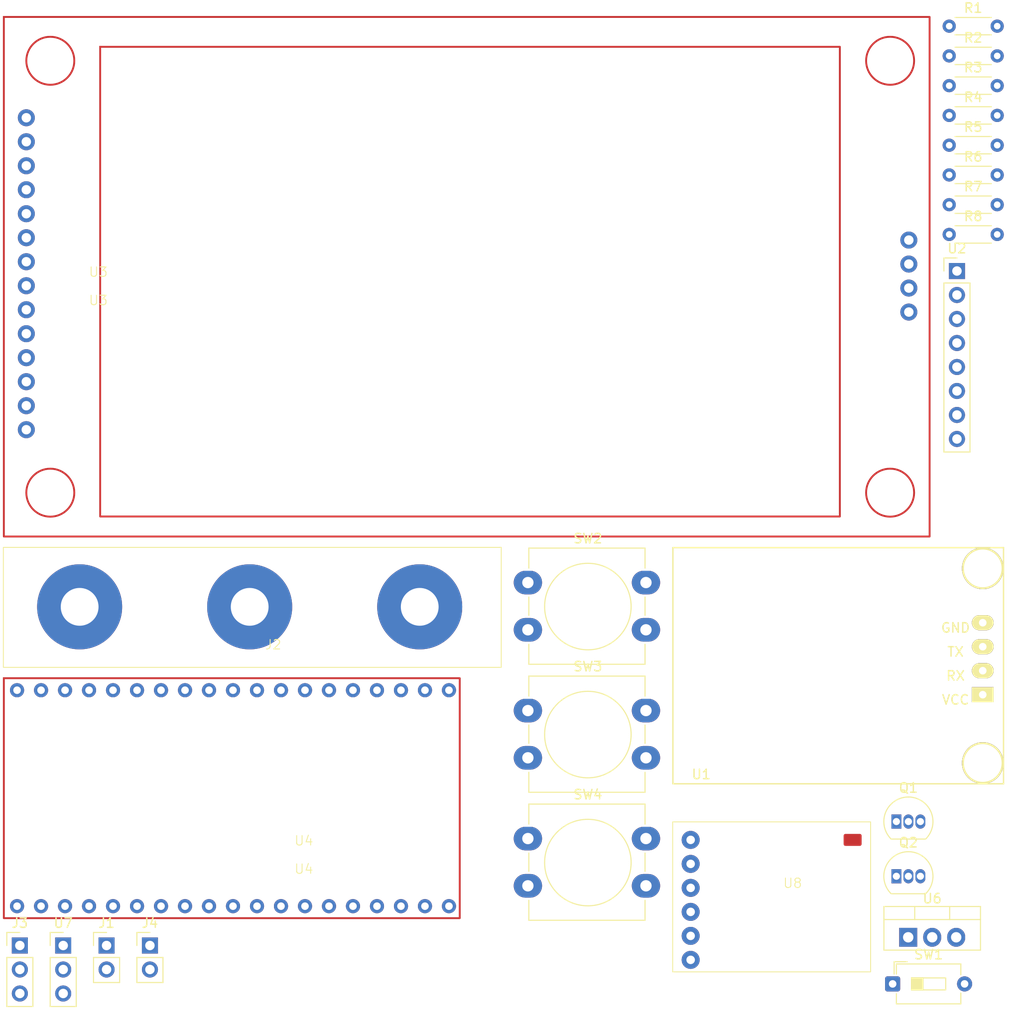
<source format=kicad_pcb>
(kicad_pcb (version 20241229) (generator "pcbnew") (generator_version "9.0")
  (layers (0 "F.Cu" signal) (2 "B.Cu" signal) (13 "F.Paste" user) (15 "B.Paste" user) (5 "F.SilkS" user "F.Silkscreen") (7 "B.SilkS" user "B.Silkscreen") (1 "F.Mask" user) (3 "B.Mask" user) (25 "Edge.Cuts" user))
  (net 0 "")
  (net 1 "GND")
  (net 2 "Net-(J1-Pin_2)")
  (net 3 "VBAT_OUT")
  (net 4 "VBAT+")
  (net 5 "Net-(J3-Pin_2)")
  (net 6 "VCC")
  (net 7 "Net-(J4-Pin_1)")
  (net 8 "Net-(Q1-B)")
  (net 9 "Net-(Q2-C)")
  (net 10 "Net-(Q2-B)")
  (net 11 "ACS")
  (net 12 "Net-(U7-OUT)")
  (net 13 "Servo_C")
  (net 14 "Bocina_C")
  (net 15 "VBAT_U")
  (net 16 "VIN")
  (net 17 "Option1")
  (net 18 "3.3V")
  (net 19 "Option2")
  (net 20 "Option3")
  (net 21 "RX_GPS")
  (net 22 "TX_GPS")
  (net 23 "SCL_MPU")
  (net 24 "SDA_MPU")
  (net 26 "SCK_Lora_TFT")
  (net 29 "RST_TFT")
  (net 31 "CS_TFT")
  (net 32 "LED_TFT")
  (net 35 "DC_TFT")
  (net 37 "MOSI_Lora_TFT")
  (net 54 "RST_Lora")
  (net 63 "CS_Lora")
  (footprint "LORA:SHIELD XL1278" (layer "F.Cu") (at 172.168 125.344)
    (property "Reference" "U8" (at -8.255 9.025 0) (layer "F.SilkS") (effects (font (thickness 0.1))))
    (property "Value" "~")
    (fp_rect (start -20.955 2.54) (end 0 18.415) (stroke (width 0.1)) (fill no) (layer "F.SilkS"))
    (pad "" smd roundrect (at -1.905 4.445) (size 1.905 1.27) (layers "F.Cu") (roundrect_rratio 0.15))
    (pad "1" thru_hole circle (at -19.05 4.445) (size 1.905 1.905) (drill 0.9) (layers "*.Cu" "*.Mask") (net 1 "GND"))
    (pad "5" thru_hole circle (at -19.05 6.985) (size 1.905 1.905) (drill 0.9) (layers "*.Cu" "*.Mask") (net 18 "3.3V"))
    (pad "7" thru_hole circle (at -19.05 9.525) (size 1.905 1.905) (drill 0.9) (layers "*.Cu" "*.Mask") (net 37 "MOSI_Lora_TFT"))
    (pad "8" thru_hole circle (at -19.05 12.065) (size 1.905 1.905) (drill 0.9) (layers "*.Cu" "*.Mask") (net 26 "SCK_Lora_TFT"))
    (pad "9" thru_hole circle (at -19.05 14.605) (size 1.905 1.905) (drill 0.9) (layers "*.Cu" "*.Mask") (net 63 "CS_Lora"))
    (pad "11" thru_hole circle (at -19.05 17.145) (size 1.905 1.905) (drill 0.9) (layers "*.Cu" "*.Mask") (net 54 "RST_Lora"))
  )
  (footprint "Modulos_desafio_eco:tft_3.5_display" (layer "F.Cu") (at 90.413 70.174)
    (property "Reference" "U3" (at 0 -0.5 0) (layer "F.SilkS") (effects (font (thickness 0.1))))
    (property "Value" "~")
    (fp_rect (start -10 -27.5) (end 88 27.5) (stroke (width 0.2)) (fill no) (layer "F.Cu"))
    (fp_rect (start 0.2 -24.34) (end 78.5 25.38) (stroke (width 0.2)) (fill no) (layer "F.Cu"))
    (fp_circle (center -5.08 -22.86) (end -2.54 -22.86) (stroke (width 0.2)) (fill no) (layer "F.Cu"))
    (fp_circle (center -5.08 22.86) (end -2.54 22.86) (stroke (width 0.2)) (fill no) (layer "F.Cu"))
    (fp_circle (center 83.82 -22.86) (end 86.36 -22.86) (stroke (width 0.2)) (fill no) (layer "F.Cu"))
    (fp_circle (center 83.82 22.86) (end 83.82 20.32) (stroke (width 0.2)) (fill no) (layer "F.Cu"))
    (fp_text user "${REFERENCE}" (at 0 2.5 0) (layer "F.SilkS") (effects (font (thickness 0.1))))
    (pad "1" thru_hole circle (at -7.62 -16.8275) (size 1.8 1.8) (drill 1) (layers "*.Cu" "*.Mask") (net 6 "VCC"))
    (pad "2" thru_hole circle (at -7.62 -14.2875) (size 1.8 1.8) (drill 1) (layers "*.Cu" "*.Mask") (net 1 "GND"))
    (pad "3" thru_hole circle (at -7.62 -11.7475) (size 1.8 1.8) (drill 1) (layers "*.Cu" "*.Mask") (net 31 "CS_TFT"))
    (pad "4" thru_hole circle (at -7.62 -9.2075) (size 1.8 1.8) (drill 1) (layers "*.Cu" "*.Mask") (net 29 "RST_TFT"))
    (pad "5" thru_hole circle (at -7.62 -6.6675) (size 1.8 1.8) (drill 1) (layers "*.Cu" "*.Mask") (net 35 "DC_TFT"))
    (pad "6" thru_hole circle (at -7.62 -4.1275) (size 1.8 1.8) (drill 1) (layers "*.Cu" "*.Mask") (net 37 "MOSI_Lora_TFT"))
    (pad "7" thru_hole circle (at -7.62 -1.5875) (size 1.8 1.8) (drill 1) (layers "*.Cu" "*.Mask") (net 26 "SCK_Lora_TFT"))
    (pad "8" thru_hole circle (at -7.62 0.9525) (size 1.8 1.8) (drill 1) (layers "*.Cu" "*.Mask") (net 32 "LED_TFT"))
    (pad "9" thru_hole circle (at -7.62 3.4925) (size 1.8 1.8) (drill 1) (layers "*.Cu" "*.Mask"))
    (pad "10" thru_hole circle (at -7.62 6.0325) (size 1.8 1.8) (drill 1) (layers "*.Cu" "*.Mask"))
    (pad "11" thru_hole circle (at -7.62 8.5725) (size 1.8 1.8) (drill 1) (layers "*.Cu" "*.Mask"))
    (pad "12" thru_hole circle (at -7.62 11.1125) (size 1.8 1.8) (drill 1) (layers "*.Cu" "*.Mask"))
    (pad "13" thru_hole circle (at -7.62 13.6525) (size 1.8 1.8) (drill 1) (layers "*.Cu" "*.Mask"))
    (pad "14" thru_hole circle (at -7.62 16.1925) (size 1.8 1.8) (drill 1) (layers "*.Cu" "*.Mask"))
    (pad "15" thru_hole circle (at 85.8 -3.88) (size 1.8 1.8) (drill 1) (layers "*.Cu" "*.Mask"))
    (pad "16" thru_hole circle (at 85.8 -1.34) (size 1.8 1.8) (drill 1) (layers "*.Cu" "*.Mask"))
    (pad "17" thru_hole circle (at 85.8 1.2) (size 1.8 1.8) (drill 1) (layers "*.Cu" "*.Mask"))
    (pad "18" thru_hole circle (at 85.8 3.74) (size 1.8 1.8) (drill 1) (layers "*.Cu" "*.Mask"))
  )
  (footprint "Package_TO_SOT_THT:TO-92_Inline" (layer "F.Cu") (at 174.898 127.849)
    (property "Reference" "Q1" (at 1.27 -3.56 0) (layer "F.SilkS"))
    (property "Value" "2N3904")
    (fp_line (start -0.53 1.85) (end 3.07 1.85) (stroke (width 0.12)) (layer "F.SilkS"))
    (fp_arc (start -0.568478 1.838478) (mid -1.132087 -0.994977) (end 1.27 -2.6) (stroke (width 0.12)) (layer "F.SilkS"))
    (fp_arc (start 1.27 -2.6) (mid 3.672087 -0.994977) (end 3.108478 1.838478) (stroke (width 0.12)) (layer "F.SilkS"))
    (pad "1" thru_hole rect (at 0 0) (size 1.05 1.5) (drill 0.75) (layers "*.Cu" "*.Mask") (net 5 "Net-(J3-Pin_2)"))
    (pad "2" thru_hole oval (at 1.27 0) (size 1.05 1.5) (drill 0.75) (layers "*.Cu" "*.Mask") (net 8 "Net-(Q1-B)"))
    (pad "3" thru_hole oval (at 2.54 0) (size 1.05 1.5) (drill 0.75) (layers "*.Cu" "*.Mask") (net 6 "VCC"))
  )
  (footprint "Package_TO_SOT_THT:TO-220-3_Vertical" (layer "F.Cu") (at 176.148 140.099)
    (property "Reference" "U6" (at 2.54 -4.1 0) (layer "F.SilkS"))
    (property "Value" "L7805")
    (fp_line (start -2.57 -3.26) (end -2.57 1.36) (stroke (width 0.12)) (layer "F.SilkS"))
    (fp_line (start -2.57 -3.26) (end 7.65 -3.26) (stroke (width 0.12)) (layer "F.SilkS"))
    (fp_line (start -2.57 -1.88) (end 7.65 -1.88) (stroke (width 0.12)) (layer "F.SilkS"))
    (fp_line (start -2.57 1.36) (end 7.65 1.36) (stroke (width 0.12)) (layer "F.SilkS"))
    (fp_line (start 0.69 -3.26) (end 0.69 -1.88) (stroke (width 0.12)) (layer "F.SilkS"))
    (fp_line (start 4.39 -3.26) (end 4.39 -1.88) (stroke (width 0.12)) (layer "F.SilkS"))
    (fp_line (start 7.65 -3.26) (end 7.65 1.36) (stroke (width 0.12)) (layer "F.SilkS"))
    (pad "1" thru_hole rect (at 0 0) (size 1.905 2) (drill 1.1) (layers "*.Cu" "*.Mask") (net 16 "VIN"))
    (pad "2" thru_hole oval (at 2.54 0) (size 1.905 2) (drill 1.1) (layers "*.Cu" "*.Mask") (net 1 "GND"))
    (pad "3" thru_hole oval (at 5.08 0) (size 1.905 2) (drill 1.1) (layers "*.Cu" "*.Mask") (net 6 "VCC"))
  )
  (footprint "Resistor_THT:R_Axial_DIN0204_L3.6mm_D1.6mm_P5.08mm_Horizontal" (layer "F.Cu") (at 180.488 56.249)
    (property "Reference" "R5" (at 2.54 -1.92 0) (layer "F.SilkS"))
    (property "Value" "10k")
    (fp_line (start 0.62 -0.92) (end 4.46 -0.92) (stroke (width 0.12)) (layer "F.SilkS"))
    (fp_line (start 0.62 0.92) (end 4.46 0.92) (stroke (width 0.12)) (layer "F.SilkS"))
    (pad "1" thru_hole circle (at 0 0) (size 1.4 1.4) (drill 0.7) (layers "*.Cu" "*.Mask") (net 14 "Bocina_C"))
    (pad "2" thru_hole circle (at 5.08 0) (size 1.4 1.4) (drill 0.7) (layers "*.Cu" "*.Mask") (net 10 "Net-(Q2-B)"))
  )
  (footprint "my_esp32:esp32" (layer "F.Cu") (at 112.173 130.374)
    (property "Reference" "U4" (at 0 -0.5 0) (layer "F.SilkS") (effects (font (thickness 0.1))))
    (property "Value" "~")
    (fp_rect (start -31.76 -17.7) (end 16.5 7.7) (stroke (width 0.2)) (fill no) (layer "F.Cu"))
    (fp_text user "${REFERENCE}" (at 0 2.5 0) (layer "F.SilkS") (effects (font (thickness 0.1))))
    (pad "1" thru_hole circle (at -30.36 -16.43) (size 1.5 1.5) (drill 0.8) (property pad_prop_mechanical) (layers "*.Cu" "*.Mask") (net 18 "3.3V"))
    (pad "2" thru_hole circle (at -27.82 -16.43) (size 1.5 1.5) (drill 0.8) (property pad_prop_mechanical) (layers "*.Cu" "*.Mask"))
    (pad "3" thru_hole circle (at -25.28 -16.43) (size 1.5 1.5) (drill 0.8) (property pad_prop_mechanical) (layers "*.Cu" "*.Mask") (net 11 "ACS"))
    (pad "4" thru_hole circle (at -22.74 -16.43) (size 1.5 1.5) (drill 0.8) (property pad_prop_mechanical) (layers "*.Cu" "*.Mask") (net 17 "Option1"))
    (pad "5" thru_hole circle (at -20.2 -16.43) (size 1.5 1.5) (drill 0.8) (property pad_prop_mechanical) (layers "*.Cu" "*.Mask") (net 19 "Option2"))
    (pad "6" thru_hole circle (at -17.66 -16.43) (size 1.5 1.5) (drill 0.8) (property pad_prop_mechanical) (layers "*.Cu" "*.Mask") (net 20 "Option3"))
    (pad "7" thru_hole circle (at -15.12 -16.43) (size 1.5 1.5) (drill 0.8) (property pad_prop_mechanical) (layers "*.Cu" "*.Mask") (net 15 "VBAT_U"))
    (pad "8" thru_hole circle (at -12.58 -16.43) (size 1.5 1.5) (drill 0.8) (property pad_prop_mechanical) (layers "*.Cu" "*.Mask"))
    (pad "9" thru_hole circle (at -10.04 -16.43) (size 1.5 1.5) (drill 0.8) (property pad_prop_mechanical) (layers "*.Cu" "*.Mask"))
    (pad "10" thru_hole circle (at -7.5 -16.43) (size 1.5 1.5) (drill 0.8) (property pad_prop_mechanical) (layers "*.Cu" "*.Mask"))
    (pad "11" thru_hole circle (at -4.96 -16.43) (size 1.5 1.5) (drill 0.8) (property pad_prop_mechanical) (layers "*.Cu" "*.Mask") (net 32 "LED_TFT"))
    (pad "12" thru_hole circle (at -2.42 -16.43) (size 1.5 1.5) (drill 0.8) (property pad_prop_mechanical) (layers "*.Cu" "*.Mask") (net 14 "Bocina_C"))
    (pad "13" thru_hole circle (at 0.12 -16.43) (size 1.5 1.5) (drill 0.8) (property pad_prop_mechanical) (layers "*.Cu" "*.Mask"))
    (pad "14" thru_hole circle (at 2.66 -16.43) (size 1.5 1.5) (drill 0.8) (property pad_prop_mechanical) (layers "*.Cu" "*.Mask"))
    (pad "15" thru_hole circle (at 5.2 -16.43) (size 1.5 1.5) (drill 0.8) (property pad_prop_mechanical) (layers "*.Cu" "*.Mask"))
    (pad "16" thru_hole circle (at 7.74 -16.43) (size 1.5 1.5) (drill 0.8) (property pad_prop_mechanical) (layers "*.Cu" "*.Mask"))
    (pad "17" thru_hole circle (at 10.28 -16.43) (size 1.5 1.5) (drill 0.8) (property pad_prop_mechanical) (layers "*.Cu" "*.Mask"))
    (pad "18" thru_hole circle (at 12.82 -16.43) (size 1.5 1.5) (drill 0.8) (property pad_prop_mechanical) (layers "*.Cu" "*.Mask"))
    (pad "19" thru_hole circle (at 15.36 -16.43) (size 1.5 1.5) (drill 0.8) (property pad_prop_mechanical) (layers "*.Cu" "*.Mask") (net 6 "VCC"))
    (pad "20" thru_hole circle (at -30.36 6.43) (size 1.5 1.5) (drill 0.8) (property pad_prop_mechanical) (layers "*.Cu" "*.Mask") (net 1 "GND"))
    (pad "21" thru_hole circle (at -27.82 6.43) (size 1.5 1.5) (drill 0.8) (property pad_prop_mechanical) (layers "*.Cu" "*.Mask") (net 37 "MOSI_Lora_TFT"))
    (pad "22" thru_hole circle (at -25.28 6.43) (size 1.5 1.5) (drill 0.8) (property pad_prop_mechanical) (layers "*.Cu" "*.Mask") (net 23 "SCL_MPU"))
    (pad "23" thru_hole circle (at -22.74 6.43) (size 1.5 1.5) (drill 0.8) (property pad_prop_mechanical) (layers "*.Cu" "*.Mask"))
    (pad "24" thru_hole circle (at -20.2 6.43) (size 1.5 1.5) (drill 0.8) (property pad_prop_mechanical) (layers "*.Cu" "*.Mask"))
    (pad "25" thru_hole circle (at -17.66 6.43) (size 1.5 1.5) (drill 0.8) (property pad_prop_mechanical) (layers "*.Cu" "*.Mask") (net 24 "SDA_MPU"))
    (pad "26" thru_hole circle (at -15.12 6.43) (size 1.5 1.5) (drill 0.8) (property pad_prop_mechanical) (layers "*.Cu" "*.Mask"))
    (pad "27" thru_hole circle (at -12.58 6.43) (size 1.5 1.5) (drill 0.8) (property pad_prop_mechanical) (layers "*.Cu" "*.Mask") (net 35 "DC_TFT"))
    (pad "28" thru_hole circle (at -10.04 6.43) (size 1.5 1.5) (drill 0.8) (property pad_prop_mechanical) (layers "*.Cu" "*.Mask") (net 26 "SCK_Lora_TFT"))
    (pad "29" thru_hole circle (at -7.5 6.43) (size 1.5 1.5) (drill 0.8) (property pad_prop_mechanical) (layers "*.Cu" "*.Mask") (net 63 "CS_Lora"))
    (pad "30" thru_hole circle (at -4.96 6.43) (size 1.5 1.5) (drill 0.8) (property pad_prop_mechanical) (layers "*.Cu" "*.Mask") (net 22 "TX_GPS"))
    (pad "31" thru_hole circle (at -2.42 6.43) (size 1.5 1.5) (drill 0.8) (property pad_prop_mechanical) (layers "*.Cu" "*.Mask") (net 21 "RX_GPS"))
    (pad "32" thru_hole circle (at 0.12 6.43) (size 1.5 1.5) (drill 0.8) (property pad_prop_mechanical) (layers "*.Cu" "*.Mask") (net 31 "CS_TFT"))
    (pad "33" thru_hole circle (at 2.66 6.43) (size 1.5 1.5) (drill 0.8) (property pad_prop_mechanical) (layers "*.Cu" "*.Mask"))
    (pad "34" thru_hole circle (at 5.2 6.43) (size 1.5 1.5) (drill 0.8) (property pad_prop_mechanical) (layers "*.Cu" "*.Mask") (net 54 "RST_Lora"))
    (pad "35" thru_hole circle (at 7.74 6.43) (size 1.5 1.5) (drill 0.8) (property pad_prop_mechanical) (layers "*.Cu" "*.Mask") (net 29 "RST_TFT"))
    (pad "36" thru_hole circle (at 10.28 6.43) (size 1.5 1.5) (drill 0.8) (property pad_prop_mechanical) (layers "*.Cu" "*.Mask"))
    (pad "37" thru_hole circle (at 12.82 6.43) (size 1.5 1.5) (drill 0.8) (property pad_prop_mechanical) (layers "*.Cu" "*.Mask"))
    (pad "38" thru_hole circle (at 15.36 6.43) (size 1.5 1.5) (drill 0.8) (property pad_prop_mechanical) (layers "*.Cu" "*.Mask"))
  )
  (footprint "Connector_PinHeader_2.54mm:PinHeader_1x03_P2.54mm_Vertical" (layer "F.Cu") (at 82.108 140.969)
    (property "Reference" "J3" (at 0 -2.38 0) (layer "F.SilkS"))
    (property "Value" "servo")
    (fp_line (start -1.38 -1.38) (end 0 -1.38) (stroke (width 0.12)) (layer "F.SilkS"))
    (fp_line (start -1.38 0) (end -1.38 -1.38) (stroke (width 0.12)) (layer "F.SilkS"))
    (fp_line (start -1.38 1.27) (end -1.38 6.46) (stroke (width 0.12)) (layer "F.SilkS"))
    (fp_line (start -1.38 1.27) (end 1.38 1.27) (stroke (width 0.12)) (layer "F.SilkS"))
    (fp_line (start -1.38 6.46) (end 1.38 6.46) (stroke (width 0.12)) (layer "F.SilkS"))
    (fp_line (start 1.38 1.27) (end 1.38 6.46) (stroke (width 0.12)) (layer "F.SilkS"))
    (pad "1" thru_hole rect (at 0 0) (size 1.7 1.7) (drill 1) (layers "*.Cu" "*.Mask") (net 6 "VCC"))
    (pad "2" thru_hole circle (at 0 2.54) (size 1.7 1.7) (drill 1) (layers "*.Cu" "*.Mask") (net 5 "Net-(J3-Pin_2)"))
    (pad "3" thru_hole circle (at 0 5.08) (size 1.7 1.7) (drill 1) (layers "*.Cu" "*.Mask") (net 1 "GND"))
  )
  (footprint "Button_Switch_THT:SW_PUSH-12mm_Wuerth-430476085716" (layer "F.Cu") (at 135.888 102.549)
    (property "Reference" "SW2" (at 6.35 -4.66 0) (layer "F.SilkS"))
    (property "Value" "SW1")
    (fp_line (start 0.1 -3.65) (end 12.4 -3.65) (stroke (width 0.12)) (layer "F.SilkS"))
    (fp_line (start 0.1 -1.53) (end 0.1 -3.65) (stroke (width 0.12)) (layer "F.SilkS"))
    (fp_line (start 0.1 3.47) (end 0.1 1.53) (stroke (width 0.12)) (layer "F.SilkS"))
    (fp_line (start 0.1 8.65) (end 0.1 6.53) (stroke (width 0.12)) (layer "F.SilkS"))
    (fp_line (start 12.4 -3.65) (end 12.4 -1.53) (stroke (width 0.12)) (layer "F.SilkS"))
    (fp_line (start 12.4 1.53) (end 12.4 3.47) (stroke (width 0.12)) (layer "F.SilkS"))
    (fp_line (start 12.4 6.53) (end 12.4 8.65) (stroke (width 0.12)) (layer "F.SilkS"))
    (fp_line (start 12.4 8.65) (end 0.1 8.65) (stroke (width 0.12)) (layer "F.SilkS"))
    (fp_circle (center 6.35 2.54) (end 10.92905 2.54) (stroke (width 0.12)) (fill no) (layer "F.SilkS"))
    (pad "1" thru_hole oval (at 0 0) (size 3 2.5) (drill 1.2) (layers "*.Cu" "*.Mask") (net 18 "3.3V"))
    (pad "1" thru_hole oval (at 12.5 0) (size 3 2.5) (drill 1.2) (layers "*.Cu" "*.Mask") (net 18 "3.3V"))
    (pad "2" thru_hole oval (at 0 5) (size 3 2.5) (drill 1.2) (layers "*.Cu" "*.Mask") (net 17 "Option1"))
    (pad "2" thru_hole oval (at 12.5 5) (size 3 2.5) (drill 1.2) (layers "*.Cu" "*.Mask") (net 17 "Option1"))
  )
  (footprint "Package_TO_SOT_THT:TO-92_Inline" (layer "F.Cu") (at 174.898 133.639)
    (property "Reference" "Q2" (at 1.27 -3.56 0) (layer "F.SilkS"))
    (property "Value" "2N3904")
    (fp_line (start -0.53 1.85) (end 3.07 1.85) (stroke (width 0.12)) (layer "F.SilkS"))
    (fp_arc (start -0.568478 1.838478) (mid -1.132087 -0.994977) (end 1.27 -2.6) (stroke (width 0.12)) (layer "F.SilkS"))
    (fp_arc (start 1.27 -2.6) (mid 3.672087 -0.994977) (end 3.108478 1.838478) (stroke (width 0.12)) (layer "F.SilkS"))
    (pad "1" thru_hole rect (at 0 0) (size 1.05 1.5) (drill 0.75) (layers "*.Cu" "*.Mask") (net 7 "Net-(J4-Pin_1)"))
    (pad "2" thru_hole oval (at 1.27 0) (size 1.05 1.5) (drill 0.75) (layers "*.Cu" "*.Mask") (net 10 "Net-(Q2-B)"))
    (pad "3" thru_hole oval (at 2.54 0) (size 1.05 1.5) (drill 0.75) (layers "*.Cu" "*.Mask") (net 9 "Net-(Q2-C)"))
  )
  (footprint "Connector_PinHeader_2.54mm:PinHeader_1x08_P2.54mm_Vertical" (layer "F.Cu") (at 181.308 69.569)
    (property "Reference" "U2" (at 0 -2.38 0) (layer "F.SilkS"))
    (property "Value" "module_mpu6050")
    (fp_line (start -1.38 -1.38) (end 0 -1.38) (stroke (width 0.12)) (layer "F.SilkS"))
    (fp_line (start -1.38 0) (end -1.38 -1.38) (stroke (width 0.12)) (layer "F.SilkS"))
    (fp_line (start -1.38 1.27) (end -1.38 19.16) (stroke (width 0.12)) (layer "F.SilkS"))
    (fp_line (start -1.38 1.27) (end 1.38 1.27) (stroke (width 0.12)) (layer "F.SilkS"))
    (fp_line (start -1.38 19.16) (end 1.38 19.16) (stroke (width 0.12)) (layer "F.SilkS"))
    (fp_line (start 1.38 1.27) (end 1.38 19.16) (stroke (width 0.12)) (layer "F.SilkS"))
    (pad "1" thru_hole rect (at 0 0) (size 1.7 1.7) (drill 1) (layers "*.Cu" "*.Mask") (net 6 "VCC"))
    (pad "2" thru_hole circle (at 0 2.54) (size 1.7 1.7) (drill 1) (layers "*.Cu" "*.Mask") (net 1 "GND"))
    (pad "3" thru_hole circle (at 0 5.08) (size 1.7 1.7) (drill 1) (layers "*.Cu" "*.Mask") (net 23 "SCL_MPU"))
    (pad "4" thru_hole circle (at 0 7.62) (size 1.7 1.7) (drill 1) (layers "*.Cu" "*.Mask") (net 24 "SDA_MPU"))
    (pad "5" thru_hole circle (at 0 10.16) (size 1.7 1.7) (drill 1) (layers "*.Cu" "*.Mask"))
    (pad "6" thru_hole circle (at 0 12.7) (size 1.7 1.7) (drill 1) (layers "*.Cu" "*.Mask"))
    (pad "7" thru_hole circle (at 0 15.24) (size 1.7 1.7) (drill 1) (layers "*.Cu" "*.Mask"))
    (pad "8" thru_hole circle (at 0 17.78) (size 1.7 1.7) (drill 1) (layers "*.Cu" "*.Mask"))
  )
  (footprint "GY-NEO6MV2:GY-NEO6MV2" (layer "F.Cu") (at 186.238 123.849)
    (property "Reference" "U1" (at -32 -1 0) (layer "F.SilkS"))
    (property "Value" "~")
    (fp_line (start -35 -25) (end -35 0) (stroke (width 0.15)) (layer "F.SilkS"))
    (fp_line (start -35 0) (end 0 0) (stroke (width 0.15)) (layer "F.SilkS"))
    (fp_line (start 0 -25) (end -35 -25) (stroke (width 0.15)) (layer "F.SilkS"))
    (fp_line (start 0 0) (end 0 -25) (stroke (width 0.15)) (layer "F.SilkS"))
    (fp_text user "RX" (at -5.08 -11.43 0) (layer "F.SilkS"))
    (fp_text user "VCC" (at -5.08 -8.89 0) (layer "F.SilkS"))
    (fp_text user "TX" (at -5.08 -13.97 0) (layer "F.SilkS"))
    (fp_text user "GND" (at -5.08 -16.51 0) (layer "F.SilkS"))
    (pad "" np_thru_hole circle (at -2.2 -22.8) (size 4.4 4.4) (drill 4) (layers "*.Cu" "*.Mask" "F.SilkS"))
    (pad "" np_thru_hole circle (at -2.2 -2.2) (size 4.4 4.4) (drill 4) (layers "*.Cu" "*.Mask" "F.SilkS"))
    (pad "1" thru_hole rect (at -2.2 -9.43) (size 2.3 1.6) (drill 0.8) (layers "*.Cu" "*.Mask" "F.SilkS") (net 6 "VCC"))
    (pad "2" thru_hole oval (at -2.2 -11.97) (size 2.3 1.6) (drill 0.8) (layers "*.Cu" "*.Mask" "F.SilkS") (net 21 "RX_GPS"))
    (pad "3" thru_hole oval (at -2.2 -14.51) (size 2.3 1.6) (drill 0.8) (layers "*.Cu" "*.Mask" "F.SilkS") (net 22 "TX_GPS"))
    (pad "4" thru_hole oval (at -2.2 -17.05) (size 2.3 1.6) (drill 0.8) (layers "*.Cu" "*.Mask" "F.SilkS") (net 1 "GND"))
  )
  (footprint "Resistor_THT:R_Axial_DIN0204_L3.6mm_D1.6mm_P5.08mm_Horizontal" (layer "F.Cu") (at 180.488 43.649)
    (property "Reference" "R1" (at 2.54 -1.92 0) (layer "F.SilkS"))
    (property "Value" "10K")
    (fp_line (start 0.62 -0.92) (end 4.46 -0.92) (stroke (width 0.12)) (layer "F.SilkS"))
    (fp_line (start 0.62 0.92) (end 4.46 0.92) (stroke (width 0.12)) (layer "F.SilkS"))
    (pad "1" thru_hole circle (at 0 0) (size 1.4 1.4) (drill 0.7) (layers "*.Cu" "*.Mask") (net 1 "GND"))
    (pad "2" thru_hole circle (at 5.08 0) (size 1.4 1.4) (drill 0.7) (layers "*.Cu" "*.Mask") (net 11 "ACS"))
  )
  (footprint "Button_Switch_THT:SW_PUSH-12mm_Wuerth-430476085716" (layer "F.Cu") (at 135.888 129.649)
    (property "Reference" "SW4" (at 6.35 -4.66 0) (layer "F.SilkS"))
    (property "Value" "SW_DPST_x2")
    (fp_line (start 0.1 -3.65) (end 12.4 -3.65) (stroke (width 0.12)) (layer "F.SilkS"))
    (fp_line (start 0.1 -1.53) (end 0.1 -3.65) (stroke (width 0.12)) (layer "F.SilkS"))
    (fp_line (start 0.1 3.47) (end 0.1 1.53) (stroke (width 0.12)) (layer "F.SilkS"))
    (fp_line (start 0.1 8.65) (end 0.1 6.53) (stroke (width 0.12)) (layer "F.SilkS"))
    (fp_line (start 12.4 -3.65) (end 12.4 -1.53) (stroke (width 0.12)) (layer "F.SilkS"))
    (fp_line (start 12.4 1.53) (end 12.4 3.47) (stroke (width 0.12)) (layer "F.SilkS"))
    (fp_line (start 12.4 6.53) (end 12.4 8.65) (stroke (width 0.12)) (layer "F.SilkS"))
    (fp_line (start 12.4 8.65) (end 0.1 8.65) (stroke (width 0.12)) (layer "F.SilkS"))
    (fp_circle (center 6.35 2.54) (end 10.92905 2.54) (stroke (width 0.12)) (fill no) (layer "F.SilkS"))
    (pad "1" thru_hole oval (at 0 0) (size 3 2.5) (drill 1.2) (layers "*.Cu" "*.Mask") (net 18 "3.3V"))
    (pad "1" thru_hole oval (at 12.5 0) (size 3 2.5) (drill 1.2) (layers "*.Cu" "*.Mask") (net 18 "3.3V"))
    (pad "2" thru_hole oval (at 0 5) (size 3 2.5) (drill 1.2) (layers "*.Cu" "*.Mask") (net 20 "Option3"))
    (pad "2" thru_hole oval (at 12.5 5) (size 3 2.5) (drill 1.2) (layers "*.Cu" "*.Mask") (net 20 "Option3"))
  )
  (footprint "Button_Switch_THT:SW_DIP_SPSTx01_Slide_6.7x4.1mm_W7.62mm_P2.54mm_LowProfile" (layer "F.Cu") (at 174.498 145.034)
    (property "Reference" "SW1" (at 3.81 -3.11 0) (layer "F.SilkS"))
    (property "Value" "SW_DPST_x2")
    (fp_line (start 0.16 -2.35) (end 0.16 -1.04) (stroke (width 0.12)) (layer "F.SilkS"))
    (fp_line (start 0.16 -2.35) (end 1.543 -2.35) (stroke (width 0.12)) (layer "F.SilkS"))
    (fp_line (start 0.4 -2.11) (end 0.4 -1.04) (stroke (width 0.12)) (layer "F.SilkS"))
    (fp_line (start 0.4 -2.11) (end 7.22 -2.11) (stroke (width 0.12)) (layer "F.SilkS"))
    (fp_line (start 0.4 1.04) (end 0.4 2.11) (stroke (width 0.12)) (layer "F.SilkS"))
    (fp_line (start 0.4 2.11) (end 7.22 2.11) (stroke (width 0.12)) (layer "F.SilkS"))
    (fp_line (start 3.206667 -0.635) (end 3.206667 0.635) (stroke (width 0.12)) (layer "F.SilkS"))
    (fp_line (start 7.22 -2.11) (end 7.22 -0.96) (stroke (width 0.12)) (layer "F.SilkS"))
    (fp_line (start 7.22 0.96) (end 7.22 2.11) (stroke (width 0.12)) (layer "F.SilkS"))
    (fp_rect (start 2 -0.635) (end 3.206667 0.635) (stroke (width 0.12)) (fill yes) (layer "F.SilkS"))
    (fp_rect (start 2 -0.635) (end 5.62 0.635) (stroke (width 0.12)) (fill no) (layer "F.SilkS"))
    (pad "1" thru_hole roundrect (at 0 0) (size 1.6 1.6) (drill 0.8) (layers "*.Cu" "*.Mask") (roundrect_rratio 0.15625) (net 2 "Net-(J1-Pin_2)"))
    (pad "2" thru_hole circle (at 7.62 0) (size 1.6 1.6) (drill 0.8) (layers "*.Cu" "*.Mask") (net 16 "VIN"))
  )
  (footprint "Resistor_THT:R_Axial_DIN0204_L3.6mm_D1.6mm_P5.08mm_Horizontal" (layer "F.Cu") (at 180.488 49.949)
    (property "Reference" "R3" (at 2.54 -1.92 0) (layer "F.SilkS"))
    (property "Value" "10k")
    (fp_line (start 0.62 -0.92) (end 4.46 -0.92) (stroke (width 0.12)) (layer "F.SilkS"))
    (fp_line (start 0.62 0.92) (end 4.46 0.92) (stroke (width 0.12)) (layer "F.SilkS"))
    (pad "1" thru_hole circle (at 0 0) (size 1.4 1.4) (drill 0.7) (layers "*.Cu" "*.Mask") (net 1 "GND"))
    (pad "2" thru_hole circle (at 5.08 0) (size 1.4 1.4) (drill 0.7) (layers "*.Cu" "*.Mask") (net 5 "Net-(J3-Pin_2)"))
  )
  (footprint "Connector_PinHeader_2.54mm:PinHeader_1x02_P2.54mm_Vertical" (layer "F.Cu") (at 91.288 140.969)
    (property "Reference" "J1" (at 0 -2.38 0) (layer "F.SilkS"))
    (property "Value" "BATERIAS_PC")
    (fp_line (start -1.38 -1.38) (end 0 -1.38) (stroke (width 0.12)) (layer "F.SilkS"))
    (fp_line (start -1.38 0) (end -1.38 -1.38) (stroke (width 0.12)) (layer "F.SilkS"))
    (fp_line (start -1.38 1.27) (end -1.38 3.92) (stroke (width 0.12)) (layer "F.SilkS"))
    (fp_line (start -1.38 1.27) (end 1.38 1.27) (stroke (width 0.12)) (layer "F.SilkS"))
    (fp_line (start -1.38 3.92) (end 1.38 3.92) (stroke (width 0.12)) (layer "F.SilkS"))
    (fp_line (start 1.38 1.27) (end 1.38 3.92) (stroke (width 0.12)) (layer "F.SilkS"))
    (pad "1" thru_hole rect (at 0 0) (size 1.7 1.7) (drill 1) (layers "*.Cu" "*.Mask") (net 1 "GND"))
    (pad "2" thru_hole circle (at 0 2.54) (size 1.7 1.7) (drill 1) (layers "*.Cu" "*.Mask") (net 2 "Net-(J1-Pin_2)"))
  )
  (footprint "terminals_bateries:teminals_bateries" (layer "F.Cu") (at 108.938 109.619)
    (property "Reference" "J2" (at 0 -0.5 0) (layer "F.SilkS") (effects (font (thickness 0.1))))
    (property "Value" "BATERIA_AUTO")
    (fp_rect (start -28.575 -10.795) (end 24.13 1.905) (stroke (width 0.1)) (fill no) (layer "F.SilkS"))
    (pad "1" thru_hole circle (at -20.5 -4.5) (size 9 9) (drill 4) (layers "*.Cu" "*.Mask") (net 3 "VBAT_OUT"))
    (pad "2" thru_hole circle (at -2.5 -4.5) (size 9 9) (drill 4) (layers "*.Cu" "*.Mask") (net 1 "GND"))
    (pad "3" thru_hole circle (at 15.5 -4.5) (size 9 9) (drill 4) (layers "*.Cu" "*.Mask") (net 4 "VBAT+"))
  )
  (footprint "Resistor_THT:R_Axial_DIN0204_L3.6mm_D1.6mm_P5.08mm_Horizontal" (layer "F.Cu") (at 180.488 53.099)
    (property "Reference" "R4" (at 2.54 -1.92 0) (layer "F.SilkS"))
    (property "Value" "10k")
    (fp_line (start 0.62 -0.92) (end 4.46 -0.92) (stroke (width 0.12)) (layer "F.SilkS"))
    (fp_line (start 0.62 0.92) (end 4.46 0.92) (stroke (width 0.12)) (layer "F.SilkS"))
    (pad "1" thru_hole circle (at 0 0) (size 1.4 1.4) (drill 0.7) (layers "*.Cu" "*.Mask") (net 13 "Servo_C"))
    (pad "2" thru_hole circle (at 5.08 0) (size 1.4 1.4) (drill 0.7) (layers "*.Cu" "*.Mask") (net 8 "Net-(Q1-B)"))
  )
  (footprint "Resistor_THT:R_Axial_DIN0204_L3.6mm_D1.6mm_P5.08mm_Horizontal" (layer "F.Cu") (at 180.488 59.399)
    (property "Reference" "R6" (at 2.54 -1.92 0) (layer "F.SilkS"))
    (property "Value" "10k")
    (fp_line (start 0.62 -0.92) (end 4.46 -0.92) (stroke (width 0.12)) (layer "F.SilkS"))
    (fp_line (start 0.62 0.92) (end 4.46 0.92) (stroke (width 0.12)) (layer "F.SilkS"))
    (pad "1" thru_hole circle (at 0 0) (size 1.4 1.4) (drill 0.7) (layers "*.Cu" "*.Mask") (net 9 "Net-(Q2-C)"))
    (pad "2" thru_hole circle (at 5.08 0) (size 1.4 1.4) (drill 0.7) (layers "*.Cu" "*.Mask") (net 6 "VCC"))
  )
  (footprint "Resistor_THT:R_Axial_DIN0204_L3.6mm_D1.6mm_P5.08mm_Horizontal" (layer "F.Cu") (at 180.488 62.549)
    (property "Reference" "R7" (at 2.54 -1.92 0) (layer "F.SilkS"))
    (property "Value" "10K")
    (fp_line (start 0.62 -0.92) (end 4.46 -0.92) (stroke (width 0.12)) (layer "F.SilkS"))
    (fp_line (start 0.62 0.92) (end 4.46 0.92) (stroke (width 0.12)) (layer "F.SilkS"))
    (pad "1" thru_hole circle (at 0 0) (size 1.4 1.4) (drill 0.7) (layers "*.Cu" "*.Mask") (net 4 "VBAT+"))
    (pad "2" thru_hole circle (at 5.08 0) (size 1.4 1.4) (drill 0.7) (layers "*.Cu" "*.Mask") (net 15 "VBAT_U"))
  )
  (footprint "Connector_PinHeader_2.54mm:PinHeader_1x03_P2.54mm_Vertical" (layer "F.Cu") (at 86.698 140.969)
    (property "Reference" "U7" (at 0 -2.38 0) (layer "F.SilkS"))
    (property "Value" "~")
    (fp_line (start -1.38 -1.38) (end 0 -1.38) (stroke (width 0.12)) (layer "F.SilkS"))
    (fp_line (start -1.38 0) (end -1.38 -1.38) (stroke (width 0.12)) (layer "F.SilkS"))
    (fp_line (start -1.38 1.27) (end -1.38 6.46) (stroke (width 0.12)) (layer "F.SilkS"))
    (fp_line (start -1.38 1.27) (end 1.38 1.27) (stroke (width 0.12)) (layer "F.SilkS"))
    (fp_line (start -1.38 6.46) (end 1.38 6.46) (stroke (width 0.12)) (layer "F.SilkS"))
    (fp_line (start 1.38 1.27) (end 1.38 6.46) (stroke (width 0.12)) (layer "F.SilkS"))
    (pad "1" thru_hole rect (at 0 0) (size 1.7 1.7) (drill 1) (layers "*.Cu" "*.Mask") (net 6 "VCC"))
    (pad "2" thru_hole circle (at 0 2.54) (size 1.7 1.7) (drill 1) (layers "*.Cu" "*.Mask") (net 12 "Net-(U7-OUT)"))
    (pad "3" thru_hole circle (at 0 5.08) (size 1.7 1.7) (drill 1) (layers "*.Cu" "*.Mask") (net 1 "GND"))
  )
  (footprint "Resistor_THT:R_Axial_DIN0204_L3.6mm_D1.6mm_P5.08mm_Horizontal" (layer "F.Cu") (at 180.488 46.799)
    (property "Reference" "R2" (at 2.54 -1.92 0) (layer "F.SilkS"))
    (property "Value" "10k")
    (fp_line (start 0.62 -0.92) (end 4.46 -0.92) (stroke (width 0.12)) (layer "F.SilkS"))
    (fp_line (start 0.62 0.92) (end 4.46 0.92) (stroke (width 0.12)) (layer "F.SilkS"))
    (pad "1" thru_hole circle (at 0 0) (size 1.4 1.4) (drill 0.7) (layers "*.Cu" "*.Mask") (net 11 "ACS"))
    (pad "2" thru_hole circle (at 5.08 0) (size 1.4 1.4) (drill 0.7) (layers "*.Cu" "*.Mask") (net 12 "Net-(U7-OUT)"))
  )
  (footprint "Connector_PinHeader_2.54mm:PinHeader_1x02_P2.54mm_Vertical" (layer "F.Cu") (at 95.878 140.969)
    (property "Reference" "J4" (at 0 -2.38 0) (layer "F.SilkS"))
    (property "Value" "BOCINA")
    (fp_line (start -1.38 -1.38) (end 0 -1.38) (stroke (width 0.12)) (layer "F.SilkS"))
    (fp_line (start -1.38 0) (end -1.38 -1.38) (stroke (width 0.12)) (layer "F.SilkS"))
    (fp_line (start -1.38 1.27) (end -1.38 3.92) (stroke (width 0.12)) (layer "F.SilkS"))
    (fp_line (start -1.38 1.27) (end 1.38 1.27) (stroke (width 0.12)) (layer "F.SilkS"))
    (fp_line (start -1.38 3.92) (end 1.38 3.92) (stroke (width 0.12)) (layer "F.SilkS"))
    (fp_line (start 1.38 1.27) (end 1.38 3.92) (stroke (width 0.12)) (layer "F.SilkS"))
    (pad "1" thru_hole rect (at 0 0) (size 1.7 1.7) (drill 1) (layers "*.Cu" "*.Mask") (net 7 "Net-(J4-Pin_1)"))
    (pad "2" thru_hole circle (at 0 2.54) (size 1.7 1.7) (drill 1) (layers "*.Cu" "*.Mask") (net 1 "GND"))
  )
  (footprint "Button_Switch_THT:SW_PUSH-12mm_Wuerth-430476085716" (layer "F.Cu") (at 135.888 116.099)
    (property "Reference" "SW3" (at 6.35 -4.66 0) (layer "F.SilkS"))
    (property "Value" "SW_DPST_x2")
    (fp_line (start 0.1 -3.65) (end 12.4 -3.65) (stroke (width 0.12)) (layer "F.SilkS"))
    (fp_line (start 0.1 -1.53) (end 0.1 -3.65) (stroke (width 0.12)) (layer "F.SilkS"))
    (fp_line (start 0.1 3.47) (end 0.1 1.53) (stroke (width 0.12)) (layer "F.SilkS"))
    (fp_line (start 0.1 8.65) (end 0.1 6.53) (stroke (width 0.12)) (layer "F.SilkS"))
    (fp_line (start 12.4 -3.65) (end 12.4 -1.53) (stroke (width 0.12)) (layer "F.SilkS"))
    (fp_line (start 12.4 1.53) (end 12.4 3.47) (stroke (width 0.12)) (layer "F.SilkS"))
    (fp_line (start 12.4 6.53) (end 12.4 8.65) (stroke (width 0.12)) (layer "F.SilkS"))
    (fp_line (start 12.4 8.65) (end 0.1 8.65) (stroke (width 0.12)) (layer "F.SilkS"))
    (fp_circle (center 6.35 2.54) (end 10.92905 2.54) (stroke (width 0.12)) (fill no) (layer "F.SilkS"))
    (pad "1" thru_hole oval (at 0 0) (size 3 2.5) (drill 1.2) (layers "*.Cu" "*.Mask") (net 18 "3.3V"))
    (pad "1" thru_hole oval (at 12.5 0) (size 3 2.5) (drill 1.2) (layers "*.Cu" "*.Mask") (net 18 "3.3V"))
    (pad "2" thru_hole oval (at 0 5) (size 3 2.5) (drill 1.2) (layers "*.Cu" "*.Mask") (net 19 "Option2"))
    (pad "2" thru_hole oval (at 12.5 5) (size 3 2.5) (drill 1.2) (layers "*.Cu" "*.Mask") (net 19 "Option2"))
  )
  (footprint "Resistor_THT:R_Axial_DIN0204_L3.6mm_D1.6mm_P5.08mm_Horizontal" (layer "F.Cu") (at 180.488 65.699)
    (property "Reference" "R8" (at 2.54 -1.92 0) (layer "F.SilkS"))
    (property "Value" "10k")
    (fp_line (start 0.62 -0.92) (end 4.46 -0.92) (stroke (width 0.12)) (layer "F.SilkS"))
    (fp_line (start 0.62 0.92) (end 4.46 0.92) (stroke (width 0.12)) (layer "F.SilkS"))
    (pad "1" thru_hole circle (at 0 0) (size 1.4 1.4) (drill 0.7) (layers "*.Cu" "*.Mask") (net 15 "VBAT_U"))
    (pad "2" thru_hole circle (at 5.08 0) (size 1.4 1.4) (drill 0.7) (layers "*.Cu" "*.Mask") (net 1 "GND"))
  )
)
</source>
